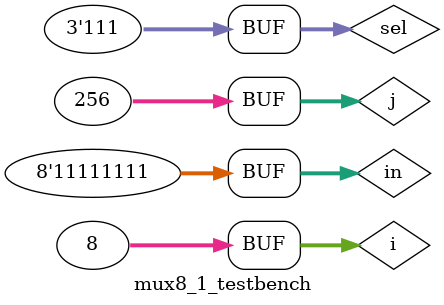
<source format=sv>

`timescale 1ps/1ps

module mux8_1(in, out, sel);
    output logic out;
    input logic [7:0] in;
    input logic [2:0] sel;
    logic [1:0] subout;

    mux2_1 mux1 (.out(out), .in(subout[1:0]), .sel(sel[2]));
    mux4_1 mux2 (.out(subout[1]), .in(in[7:4]), .sel(sel[1:0]));
    mux4_1 mux3 (.out(subout[0]), .in(in[3:0]), .sel(sel[1:0]));
endmodule

// Testbench for the module.
module mux8_1_testbench();
    logic [7:0] in;
    logic [2:0] sel;
    logic out;
    integer i, j;

    mux8_1 dut (.out, .in, .sel);
    
    initial begin
        for (i=0; i<8; i++) begin
            for (j=0; j<256; j++) begin
                sel[2:0]=i; in[7:0]=j; #1000;
            end
        end
    end
endmodule
</source>
